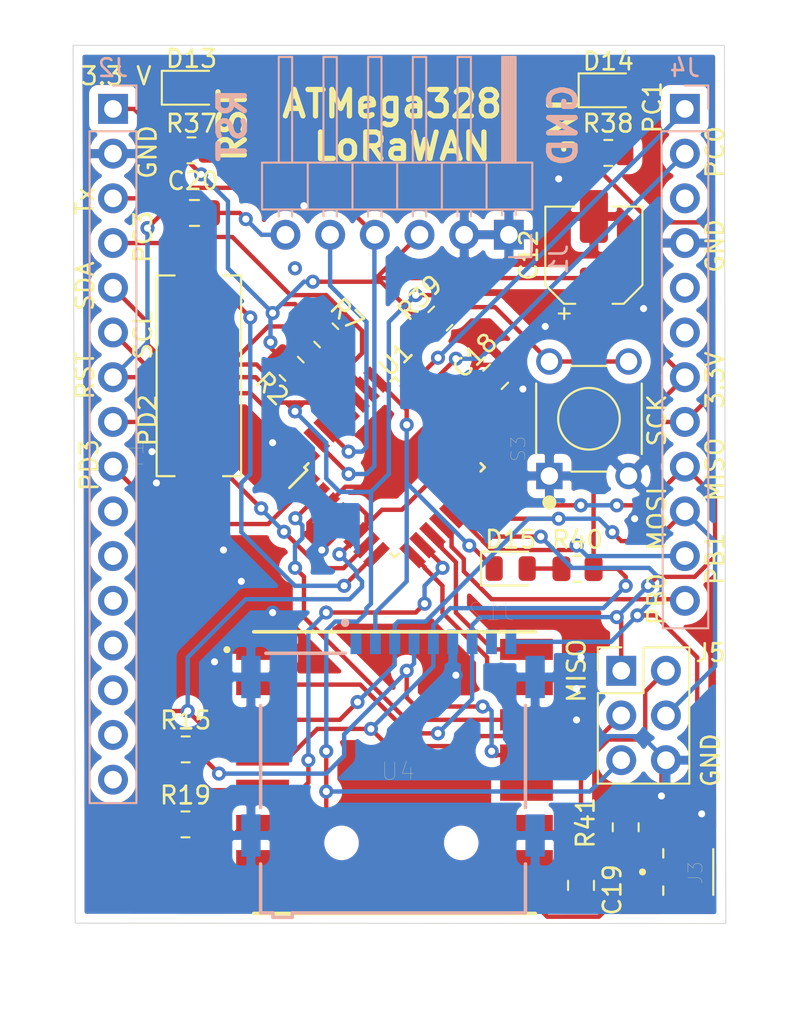
<source format=kicad_pcb>
(kicad_pcb (version 20171130) (host pcbnew "(5.1.9-0-10_14)")
  (layers (0 F.Cu signal) (31 B.Cu signal) (34 B.Paste user) (35 F.Paste user) (36 B.SilkS user) (37 F.SilkS user) (38 B.Mask user) (39 F.Mask user) (44 Edge.Cuts user))
  (net 0 "")
  (net 1 GND)
  (net 2 +3V3)
  (net 3 /AREF)
  (net 4 /Reset)
  (net 5 /DTR)
  (net 6 "Net-(D13-Pad2)")
  (net 7 "Net-(D14-Pad2)")
  (net 8 "Net-(D15-Pad2)")
  (net 9 /SD_CS)
  (net 10 /Rx)
  (net 11 /Tx)
  (net 12 /G2)
  (net 13 /Lora_CS)
  (net 14 /G1)
  (net 15 /PC3)
  (net 16 /SDA)
  (net 17 /SCL)
  (net 18 /PD2)
  (net 19 /PD3)
  (net 20 /G0)
  (net 21 /PB0)
  (net 22 /PB1)
  (net 23 /Card_Detect)
  (net 24 /MOSI)
  (net 25 /MISO)
  (net 26 /SCK)
  (net 27 /PC0)
  (net 28 /PC1)
  (net 29 "Net-(U1-Pad8)")
  (net 30 "Net-(U1-Pad7)")
  (net 31 "Net-(J3-Pad1)")
  (module Connector_PinHeader_2.54mm:PinHeader_1x16_P2.54mm_Vertical (layer B.Cu) (at 155 67.4 180)
    (fp_text reference J4 (at 0 2.33 180) (layer B.SilkS) (effects (justify mirror)))
    (fp_text value Conn_01x16_Male)
    (pad 12 thru_hole oval (at 0 -27.94 180) (size 1.7 1.7) (drill 1) (layers *.Cu *.Mask) (net 21 /PB0))
    (pad 11 thru_hole oval (at 0 -25.4 180) (size 1.7 1.7) (drill 1) (layers *.Cu *.Mask) (net 22 /PB1))
    (pad 10 thru_hole oval (at 0 -22.86 180) (size 1.7 1.7) (drill 1) (layers *.Cu *.Mask) (net 24 /MOSI))
    (pad 9 thru_hole oval (at 0 -20.32 180) (size 1.7 1.7) (drill 1) (layers *.Cu *.Mask) (net 25 /MISO))
    (pad 8 thru_hole oval (at 0 -17.78 180) (size 1.7 1.7) (drill 1) (layers *.Cu *.Mask) (net 26 /SCK))
    (pad 7 thru_hole oval (at 0 -15.24 180) (size 1.7 1.7) (drill 1) (layers *.Cu *.Mask) (net 2 +3V3))
    (pad 6 thru_hole oval (at 0 -12.7 180) (size 1.7 1.7) (drill 1) (layers *.Cu *.Mask))
    (pad 5 thru_hole oval (at 0 -10.16 180) (size 1.7 1.7) (drill 1) (layers *.Cu *.Mask))
    (pad 4 thru_hole oval (at 0 -7.62 180) (size 1.7 1.7) (drill 1) (layers *.Cu *.Mask) (net 1 GND))
    (pad 3 thru_hole oval (at 0 -5.08 180) (size 1.7 1.7) (drill 1) (layers *.Cu *.Mask))
    (pad 2 thru_hole oval (at 0 -2.54 180) (size 1.7 1.7) (drill 1) (layers *.Cu *.Mask) (net 27 /PC0))
    (pad 1 thru_hole rect (at 0 0 180) (size 1.7 1.7) (drill 1) (layers *.Cu *.Mask) (net 28 /PC1))
  )
  (module Connector_PinHeader_2.54mm:PinHeader_2x03_P2.54mm_Vertical (layer F.Cu) (at 151.384 99.314)
    (fp_text reference J5 (at 5.08 -1.016) (layer F.SilkS))
    (fp_text value Conn_02x03_Odd_Even)
    (pad 6 thru_hole oval (at 2.54 5.08) (size 1.7 1.7) (drill 1) (layers *.Cu *.Mask) (net 1 GND))
    (pad 5 thru_hole oval (at 0 5.08) (size 1.7 1.7) (drill 1) (layers *.Cu *.Mask) (net 4 /Reset))
    (pad 4 thru_hole oval (at 2.54 2.54) (size 1.7 1.7) (drill 1) (layers *.Cu *.Mask) (net 24 /MOSI))
    (pad 3 thru_hole oval (at 0 2.54) (size 1.7 1.7) (drill 1) (layers *.Cu *.Mask) (net 26 /SCK))
    (pad 2 thru_hole oval (at 2.54 0) (size 1.7 1.7) (drill 1) (layers *.Cu *.Mask) (net 2 +3V3))
    (pad 1 thru_hole rect (at 0 0) (size 1.7 1.7) (drill 1) (layers *.Cu *.Mask) (net 25 /MISO))
  )
  (module Connector_PinHeader_2.54mm:PinHeader_1x16_P2.54mm_Vertical (layer B.Cu) (at 122.5 67.4 180)
    (fp_text reference J2 (at 0 2.33) (layer B.SilkS) (effects (justify mirror)))
    (fp_text value Conn_01x16_Male)
    (pad 16 thru_hole oval (at 0 -38.1 180) (size 1.7 1.7) (drill 1) (layers *.Cu *.Mask))
    (pad 15 thru_hole oval (at 0 -35.56 180) (size 1.7 1.7) (drill 1) (layers *.Cu *.Mask))
    (pad 14 thru_hole oval (at 0 -33.02 180) (size 1.7 1.7) (drill 1) (layers *.Cu *.Mask))
    (pad 13 thru_hole oval (at 0 -30.48 180) (size 1.7 1.7) (drill 1) (layers *.Cu *.Mask))
    (pad 12 thru_hole oval (at 0 -27.94 180) (size 1.7 1.7) (drill 1) (layers *.Cu *.Mask))
    (pad 11 thru_hole oval (at 0 -25.4 180) (size 1.7 1.7) (drill 1) (layers *.Cu *.Mask))
    (pad 10 thru_hole oval (at 0 -22.86 180) (size 1.7 1.7) (drill 1) (layers *.Cu *.Mask))
    (pad 9 thru_hole oval (at 0 -20.32 180) (size 1.7 1.7) (drill 1) (layers *.Cu *.Mask) (net 19 /PD3))
    (pad 8 thru_hole oval (at 0 -17.78 180) (size 1.7 1.7) (drill 1) (layers *.Cu *.Mask) (net 18 /PD2))
    (pad 7 thru_hole oval (at 0 -15.24 180) (size 1.7 1.7) (drill 1) (layers *.Cu *.Mask) (net 4 /Reset))
    (pad 6 thru_hole oval (at 0 -12.7 180) (size 1.7 1.7) (drill 1) (layers *.Cu *.Mask) (net 17 /SCL))
    (pad 5 thru_hole oval (at 0 -10.16 180) (size 1.7 1.7) (drill 1) (layers *.Cu *.Mask) (net 16 /SDA))
    (pad 4 thru_hole oval (at 0 -7.62 180) (size 1.7 1.7) (drill 1) (layers *.Cu *.Mask) (net 15 /PC3))
    (pad 3 thru_hole oval (at 0 -5.08 180) (size 1.7 1.7) (drill 1) (layers *.Cu *.Mask) (net 11 /Tx))
    (pad 2 thru_hole oval (at 0 -2.54 180) (size 1.7 1.7) (drill 1) (layers *.Cu *.Mask) (net 1 GND))
    (pad 1 thru_hole rect (at 0 0 180) (size 1.7 1.7) (drill 1) (layers *.Cu *.Mask) (net 2 +3V3))
  )
  (module Package_QFP:TQFP-32_7x7mm_P0.8mm (layer F.Cu) (at 138.5 87.76 45)
    (fp_text reference U1 (at 4.380527 -4.281532 45) (layer F.SilkS))
    (fp_text value ATmega328-AU)
    (pad 32 smd rect (at -2.8 -4.25 135) (size 1.6 0.55) (layers F.Cu F.Paste F.Mask) (net 18 /PD2))
    (pad 31 smd rect (at -2 -4.25 135) (size 1.6 0.55) (layers F.Cu F.Paste F.Mask) (net 11 /Tx))
    (pad 30 smd rect (at -1.2 -4.25 135) (size 1.6 0.55) (layers F.Cu F.Paste F.Mask) (net 10 /Rx))
    (pad 29 smd rect (at -0.4 -4.25 135) (size 1.6 0.55) (layers F.Cu F.Paste F.Mask) (net 4 /Reset))
    (pad 28 smd rect (at 0.4 -4.25 135) (size 1.6 0.55) (layers F.Cu F.Paste F.Mask) (net 17 /SCL))
    (pad 27 smd rect (at 1.2 -4.25 135) (size 1.6 0.55) (layers F.Cu F.Paste F.Mask) (net 16 /SDA))
    (pad 26 smd rect (at 2 -4.25 135) (size 1.6 0.55) (layers F.Cu F.Paste F.Mask) (net 15 /PC3))
    (pad 25 smd rect (at 2.8 -4.25 135) (size 1.6 0.55) (layers F.Cu F.Paste F.Mask) (net 9 /SD_CS))
    (pad 24 smd rect (at 4.25 -2.8 45) (size 1.6 0.55) (layers F.Cu F.Paste F.Mask) (net 28 /PC1))
    (pad 23 smd rect (at 4.25 -2 45) (size 1.6 0.55) (layers F.Cu F.Paste F.Mask) (net 27 /PC0))
    (pad 22 smd rect (at 4.25 -1.2 45) (size 1.6 0.55) (layers F.Cu F.Paste F.Mask))
    (pad 21 smd rect (at 4.25 -0.4 45) (size 1.6 0.55) (layers F.Cu F.Paste F.Mask) (net 1 GND))
    (pad 20 smd rect (at 4.25 0.4 45) (size 1.6 0.55) (layers F.Cu F.Paste F.Mask) (net 3 /AREF))
    (pad 19 smd rect (at 4.25 1.2 45) (size 1.6 0.55) (layers F.Cu F.Paste F.Mask))
    (pad 18 smd rect (at 4.25 2 45) (size 1.6 0.55) (layers F.Cu F.Paste F.Mask) (net 2 +3V3))
    (pad 17 smd rect (at 4.25 2.8 45) (size 1.6 0.55) (layers F.Cu F.Paste F.Mask) (net 26 /SCK))
    (pad 16 smd rect (at 2.8 4.25 135) (size 1.6 0.55) (layers F.Cu F.Paste F.Mask) (net 25 /MISO))
    (pad 15 smd rect (at 2 4.25 135) (size 1.6 0.55) (layers F.Cu F.Paste F.Mask) (net 24 /MOSI))
    (pad 14 smd rect (at 1.2 4.25 135) (size 1.6 0.55) (layers F.Cu F.Paste F.Mask) (net 23 /Card_Detect))
    (pad 13 smd rect (at 0.4 4.25 135) (size 1.6 0.55) (layers F.Cu F.Paste F.Mask) (net 22 /PB1))
    (pad 12 smd rect (at -0.4 4.25 135) (size 1.6 0.55) (layers F.Cu F.Paste F.Mask) (net 21 /PB0))
    (pad 11 smd rect (at -1.2 4.25 135) (size 1.6 0.55) (layers F.Cu F.Paste F.Mask) (net 12 /G2))
    (pad 10 smd rect (at -2 4.25 135) (size 1.6 0.55) (layers F.Cu F.Paste F.Mask) (net 13 /Lora_CS))
    (pad 9 smd rect (at -2.8 4.25 135) (size 1.6 0.55) (layers F.Cu F.Paste F.Mask) (net 14 /G1))
    (pad 8 smd rect (at -4.25 2.8 45) (size 1.6 0.55) (layers F.Cu F.Paste F.Mask) (net 29 "Net-(U1-Pad8)"))
    (pad 7 smd rect (at -4.25 2 45) (size 1.6 0.55) (layers F.Cu F.Paste F.Mask) (net 30 "Net-(U1-Pad7)"))
    (pad 6 smd rect (at -4.25 1.2 45) (size 1.6 0.55) (layers F.Cu F.Paste F.Mask) (net 2 +3V3))
    (pad 5 smd rect (at -4.25 0.4 45) (size 1.6 0.55) (layers F.Cu F.Paste F.Mask) (net 1 GND))
    (pad 4 smd rect (at -4.25 -0.4 45) (size 1.6 0.55) (layers F.Cu F.Paste F.Mask) (net 2 +3V3))
    (pad 3 smd rect (at -4.25 -1.2 45) (size 1.6 0.55) (layers F.Cu F.Paste F.Mask) (net 1 GND))
    (pad 2 smd rect (at -4.25 -2 45) (size 1.6 0.55) (layers F.Cu F.Paste F.Mask) (net 20 /G0))
    (pad 1 smd rect (at -4.25 -2.8 45) (size 1.6 0.55) (layers F.Cu F.Paste F.Mask) (net 19 /PD3))
  )
  (module Resistor_SMD:R_0805_2012Metric (layer F.Cu) (at 141.104765 79.305235 45)
    (fp_text reference R39 (at 0 -1.65 45) (layer F.SilkS))
    (fp_text value 10K)
    (pad 2 smd roundrect (at 0.9125 0 45) (size 1.025 1.4) (layers F.Cu F.Paste F.Mask) (roundrect_rratio 0.2439014634146341) (net 4 /Reset))
    (pad 1 smd roundrect (at -0.9125 0 45) (size 1.025 1.4) (layers F.Cu F.Paste F.Mask) (roundrect_rratio 0.2439014634146341) (net 2 +3V3))
  )
  (module CONUFL001-SMD-T:LINX_CONUFL001-SMD-T (layer F.Cu) (at 155.194 110.744 270)
    (fp_text reference J3 (at 0.056 -0.409 90) (layer F.SilkS) (effects (font (size 0.8 0.8) (thickness 0.015))))
    (fp_text value CONUFL001-SMD-T)
    (pad 3 smd rect (at 1.475 0 270) (size 1.05 2.2) (layers F.Cu F.Paste F.Mask) (net 1 GND))
    (pad 2 smd rect (at -1.475 0 270) (size 1.05 2.2) (layers F.Cu F.Paste F.Mask) (net 1 GND))
    (pad 1 smd rect (at 0 1.525 270) (size 1 1.05) (layers F.Cu F.Paste F.Mask) (net 31 "Net-(J3-Pad1)"))
  )
  (module RFM69HCW:MOD_COM-13909 (layer F.Cu) (at 138.5 105.1)
    (fp_text reference U4 (at 0.205 -0.08) (layer F.SilkS) (effects (font (size 1.00263 1.00263) (thickness 0.015))))
    (fp_text value COM-13909)
    (pad 16 smd rect (at 7.5 -7) (size 3 1.2) (layers F.Cu F.Paste F.Mask) (net 12 /G2))
    (pad 15 smd rect (at 7.5 -5) (size 3 1.2) (layers F.Cu F.Paste F.Mask) (net 14 /G1))
    (pad 14 smd rect (at 7.5 -3) (size 3 1.2) (layers F.Cu F.Paste F.Mask) (net 20 /G0))
    (pad 13 smd rect (at 7.5 -1) (size 3 1.2) (layers F.Cu F.Paste F.Mask) (net 2 +3V3))
    (pad 12 smd rect (at 7.5 1) (size 3 1.2) (layers F.Cu F.Paste F.Mask))
    (pad 11 smd rect (at 7.5 3) (size 3 1.2) (layers F.Cu F.Paste F.Mask))
    (pad 10 smd rect (at 7.5 5) (size 3 1.2) (layers F.Cu F.Paste F.Mask) (net 1 GND))
    (pad 9 smd rect (at 7.5 7) (size 3 1.2) (layers F.Cu F.Paste F.Mask) (net 31 "Net-(J3-Pad1)"))
    (pad 8 smd rect (at -7.5 7) (size 3 1.2) (layers F.Cu F.Paste F.Mask) (net 1 GND))
    (pad 7 smd rect (at -7.5 5) (size 3 1.2) (layers F.Cu F.Paste F.Mask))
    (pad 6 smd rect (at -7.5 3) (size 3 1.2) (layers F.Cu F.Paste F.Mask) (net 4 /Reset))
    (pad 5 smd rect (at -7.5 1) (size 3 1.2) (layers F.Cu F.Paste F.Mask) (net 13 /Lora_CS))
    (pad 4 smd rect (at -7.5 -1) (size 3 1.2) (layers F.Cu F.Paste F.Mask) (net 26 /SCK))
    (pad 3 smd rect (at -7.5 -3) (size 3 1.2) (layers F.Cu F.Paste F.Mask) (net 24 /MOSI))
    (pad 2 smd rect (at -7.5 -5) (size 3 1.2) (layers F.Cu F.Paste F.Mask) (net 25 /MISO))
    (pad 1 smd rect (at -7.5 -7) (size 3 1.2) (layers F.Cu F.Paste F.Mask) (net 1 GND))
  )
  (module 9C-8:XTAL_9C-8.000MEEJ-T (layer F.Cu) (at 127.38 82.56 90)
    (fp_text reference Y1 (at -4.5321 -3.64071 90) (layer F.SilkS) (effects (font (size 1.001575 1.001575) (thickness 0.015))))
    (fp_text value 9C-8.000MEEJ-T)
    (pad 2 smd rect (at 4.75 0 90) (size 5.5 2) (layers F.Cu F.Paste F.Mask) (net 29 "Net-(U1-Pad8)"))
    (pad 1 smd rect (at -4.75 0 90) (size 5.5 2) (layers F.Cu F.Paste F.Mask) (net 30 "Net-(U1-Pad7)"))
  )
  (module FSM8JH:SW_FSM8JH (layer F.Cu) (at 149.55 85 90)
    (fp_text reference S3 (at -1.71258 -4.01401 90) (layer F.SilkS) (effects (font (size 0.801197 0.801197) (thickness 0.015))))
    (fp_text value FSM8JH)
    (pad 4 thru_hole circle (at 3.25 2.25 90) (size 1.498 1.498) (drill 0.99) (layers *.Cu *.Mask) (net 4 /Reset))
    (pad 2 thru_hole circle (at -3.25 2.25 90) (size 1.498 1.498) (drill 0.99) (layers *.Cu *.Mask) (net 1 GND))
    (pad 3 thru_hole circle (at 3.25 -2.25 90) (size 1.498 1.498) (drill 0.99) (layers *.Cu *.Mask) (net 4 /Reset))
    (pad 1 thru_hole rect (at -3.25 -2.25 90) (size 1.498 1.498) (drill 0.99) (layers *.Cu *.Mask) (net 1 GND))
  )
  (module Resistor_SMD:R_0805_2012Metric (layer F.Cu) (at 151.638 108.204 90)
    (fp_text reference R41 (at 0.254 -2.286 90) (layer F.SilkS))
    (fp_text value 10K)
    (pad 2 smd roundrect (at 0.9125 0 90) (size 1.025 1.4) (layers F.Cu F.Paste F.Mask) (roundrect_rratio 0.2439014634146341) (net 23 /Card_Detect))
    (pad 1 smd roundrect (at -0.9125 0 90) (size 1.025 1.4) (layers F.Cu F.Paste F.Mask) (roundrect_rratio 0.2439014634146341) (net 2 +3V3))
  )
  (module Resistor_SMD:R_0805_2012Metric (layer F.Cu) (at 148.9 93.52)
    (fp_text reference R40 (at 0 -1.65) (layer F.SilkS))
    (fp_text value 1K)
    (pad 2 smd roundrect (at 0.9125 0) (size 1.025 1.4) (layers F.Cu F.Paste F.Mask) (roundrect_rratio 0.2439014634146341) (net 26 /SCK))
    (pad 1 smd roundrect (at -0.9125 0) (size 1.025 1.4) (layers F.Cu F.Paste F.Mask) (roundrect_rratio 0.2439014634146341) (net 8 "Net-(D15-Pad2)"))
  )
  (module Resistor_SMD:R_0805_2012Metric (layer F.Cu) (at 150.65 69.9 180)
    (fp_text reference R38 (at 0.01 1.67) (layer F.SilkS))
    (fp_text value 330)
    (pad 2 smd roundrect (at 0.9125 0 180) (size 1.025 1.4) (layers F.Cu F.Paste F.Mask) (roundrect_rratio 0.2439014634146341) (net 26 /SCK))
    (pad 1 smd roundrect (at -0.9125 0 180) (size 1.025 1.4) (layers F.Cu F.Paste F.Mask) (roundrect_rratio 0.2439014634146341) (net 7 "Net-(D14-Pad2)"))
  )
  (module Resistor_SMD:R_0805_2012Metric (layer F.Cu) (at 126.96 69.754 180)
    (fp_text reference R37 (at 0 1.524) (layer F.SilkS))
    (fp_text value 10K)
    (pad 2 smd roundrect (at 0.9125 0 180) (size 1.025 1.4) (layers F.Cu F.Paste F.Mask) (roundrect_rratio 0.2439014634146341) (net 2 +3V3))
    (pad 1 smd roundrect (at -0.9125 0 180) (size 1.025 1.4) (layers F.Cu F.Paste F.Mask) (roundrect_rratio 0.2439014634146341) (net 6 "Net-(D13-Pad2)"))
  )
  (module Resistor_SMD:R_0805_2012Metric (layer F.Cu) (at 126.62 108.04)
    (fp_text reference R19 (at 0 -1.65) (layer F.SilkS))
    (fp_text value 100K)
    (pad 2 smd roundrect (at 0.9125 0) (size 1.025 1.4) (layers F.Cu F.Paste F.Mask) (roundrect_rratio 0.2439014634146341) (net 2 +3V3))
    (pad 1 smd roundrect (at -0.9125 0) (size 1.025 1.4) (layers F.Cu F.Paste F.Mask) (roundrect_rratio 0.2439014634146341) (net 4 /Reset))
  )
  (module Resistor_SMD:R_0805_2012Metric (layer F.Cu) (at 126.63 103.78)
    (fp_text reference R15 (at 0 -1.65) (layer F.SilkS))
    (fp_text value 100K)
    (pad 2 smd roundrect (at 0.9125 0) (size 1.025 1.4) (layers F.Cu F.Paste F.Mask) (roundrect_rratio 0.2439014634146341) (net 2 +3V3))
    (pad 1 smd roundrect (at -0.9125 0) (size 1.025 1.4) (layers F.Cu F.Paste F.Mask) (roundrect_rratio 0.2439014634146341) (net 13 /Lora_CS))
  )
  (module Resistor_SMD:R_0805_2012Metric (layer F.Cu) (at 134.62 80.264 315)
    (fp_text reference R7 (at 0 -1.65 135) (layer F.SilkS))
    (fp_text value 10K)
    (pad 2 smd roundrect (at 0.9125 0 315) (size 1.025 1.4) (layers F.Cu F.Paste F.Mask) (roundrect_rratio 0.2439014634146341) (net 16 /SDA))
    (pad 1 smd roundrect (at -0.9125 0 315) (size 1.025 1.4) (layers F.Cu F.Paste F.Mask) (roundrect_rratio 0.2439014634146341) (net 2 +3V3))
  )
  (module Resistor_SMD:R_0805_2012Metric (layer F.Cu) (at 132.65 82.16 315)
    (fp_text reference R2 (at 0.0075 1.6 135) (layer F.SilkS))
    (fp_text value 10K)
    (pad 2 smd roundrect (at 0.9125 0 315) (size 1.025 1.4) (layers F.Cu F.Paste F.Mask) (roundrect_rratio 0.2439014634146341) (net 17 /SCL))
    (pad 1 smd roundrect (at -0.9125 0 315) (size 1.025 1.4) (layers F.Cu F.Paste F.Mask) (roundrect_rratio 0.2439014634146341) (net 2 +3V3))
  )
  (module MEM2075-00-140-01-A:GCT_MEM2075-00-140-01-A (layer B.Cu) (at 138.89 109.09 180)
    (fp_text reference J12 (at -5.125 13.135) (layer B.SilkS) (effects (font (thickness 0.015)) (justify mirror)))
    (fp_text value MEM2075-00-140-01-A)
    (pad SH4 smd rect (at 8.55 0.42 180) (size 1.1 2.4) (layers B.Cu B.Paste B.Mask) (net 1 GND))
    (pad SH3 smd rect (at 8.55 9.42 180) (size 1.1 2.4) (layers B.Cu B.Paste B.Mask) (net 1 GND))
    (pad SH2 smd rect (at -7.6 9.42 180) (size 1.1 2.4) (layers B.Cu B.Paste B.Mask) (net 1 GND))
    (pad SH1 smd rect (at -7.6 0.42 180) (size 1.1 2.4) (layers B.Cu B.Paste B.Mask) (net 1 GND))
    (pad None np_thru_hole circle (at 3.4 0 180) (size 0.95 0.95) (drill 0.95) (layers *.Cu *.Mask))
    (pad None np_thru_hole circle (at -3.4 0 180) (size 0.95 0.95) (drill 0.95) (layers *.Cu *.Mask))
    (pad P9 smd rect (at -6.22 11.42 180) (size 0.62 1.4) (layers B.Cu B.Paste B.Mask) (net 23 /Card_Detect))
    (pad P8 smd rect (at -5.12 11.42 180) (size 0.62 1.4) (layers B.Cu B.Paste B.Mask))
    (pad P7 smd rect (at -4.02 11.42 180) (size 0.62 1.4) (layers B.Cu B.Paste B.Mask) (net 25 /MISO))
    (pad P6 smd rect (at -2.92 11.42 180) (size 0.62 1.4) (layers B.Cu B.Paste B.Mask) (net 1 GND))
    (pad P5 smd rect (at -1.82 11.42 180) (size 0.62 1.4) (layers B.Cu B.Paste B.Mask) (net 26 /SCK))
    (pad P4 smd rect (at -0.72 11.42 180) (size 0.62 1.4) (layers B.Cu B.Paste B.Mask) (net 2 +3V3))
    (pad P3 smd rect (at 0.38 11.42 180) (size 0.62 1.4) (layers B.Cu B.Paste B.Mask) (net 24 /MOSI))
    (pad P2 smd rect (at 1.48 11.42 180) (size 0.62 1.4) (layers B.Cu B.Paste B.Mask) (net 9 /SD_CS))
    (pad P1 smd rect (at 2.58 11.42 180) (size 0.62 1.4) (layers B.Cu B.Paste B.Mask))
  )
  (module Connector_PinHeader_2.54mm:PinHeader_1x06_P2.54mm_Horizontal (layer B.Cu) (at 145 74.55 90)
    (fp_text reference J1 (at -1.396 2.828 270) (layer B.SilkS) (effects (justify mirror)))
    (fp_text value Conn_01x06_Female)
    (pad 6 thru_hole oval (at 0 -12.7 90) (size 1.7 1.7) (drill 1) (layers *.Cu *.Mask) (net 5 /DTR))
    (pad 5 thru_hole oval (at 0 -10.16 90) (size 1.7 1.7) (drill 1) (layers *.Cu *.Mask) (net 10 /Rx))
    (pad 4 thru_hole oval (at 0 -7.62 90) (size 1.7 1.7) (drill 1) (layers *.Cu *.Mask) (net 11 /Tx))
    (pad 3 thru_hole oval (at 0 -5.08 90) (size 1.7 1.7) (drill 1) (layers *.Cu *.Mask) (net 2 +3V3))
    (pad 2 thru_hole oval (at 0 -2.54 90) (size 1.7 1.7) (drill 1) (layers *.Cu *.Mask) (net 1 GND))
    (pad 1 thru_hole rect (at 0 0 90) (size 1.7 1.7) (drill 1) (layers *.Cu *.Mask) (net 1 GND))
  )
  (module LED_SMD:LED_0805_2012Metric (layer F.Cu) (at 145.1 93.51)
    (fp_text reference D15 (at 0 -1.65) (layer F.SilkS))
    (fp_text value LED)
    (pad 2 smd roundrect (at 0.9375 0) (size 0.975 1.4) (layers F.Cu F.Paste F.Mask) (net 8 "Net-(D15-Pad2)"))
    (pad 1 smd roundrect (at -0.9375 0) (size 0.975 1.4) (layers F.Cu F.Paste F.Mask) (net 9 /SD_CS))
  )
  (module LED_SMD:LED_0805_2012Metric (layer F.Cu) (at 150.65 66.344)
    (fp_text reference D14 (at 0 -1.65) (layer F.SilkS))
    (fp_text value LED)
    (pad 2 smd roundrect (at 0.9375 0) (size 0.975 1.4) (layers F.Cu F.Paste F.Mask) (net 7 "Net-(D14-Pad2)"))
    (pad 1 smd roundrect (at -0.9375 0) (size 0.975 1.4) (layers F.Cu F.Paste F.Mask) (net 1 GND))
  )
  (module LED_SMD:LED_0805_2012Metric (layer F.Cu) (at 126.96 66.198)
    (fp_text reference D13 (at 0 -1.65) (layer F.SilkS))
    (fp_text value LED)
    (pad 2 smd roundrect (at 0.9375 0) (size 0.975 1.4) (layers F.Cu F.Paste F.Mask) (net 6 "Net-(D13-Pad2)"))
    (pad 1 smd roundrect (at -0.9375 0) (size 0.975 1.4) (layers F.Cu F.Paste F.Mask) (net 1 GND))
  )
  (module Capacitor_SMD:C_0805_2012Metric (layer F.Cu) (at 127.13 73.31 180)
    (fp_text reference C20 (at 0.09 1.82) (layer F.SilkS))
    (fp_text value 0.1uF)
    (pad 2 smd roundrect (at 0.95 0 180) (size 1 1.45) (layers F.Cu F.Paste F.Mask) (net 4 /Reset))
    (pad 1 smd roundrect (at -0.95 0 180) (size 1 1.45) (layers F.Cu F.Paste F.Mask) (net 5 /DTR))
  )
  (module Capacitor_SMD:C_0805_2012Metric (layer F.Cu) (at 149.098 111.506 270)
    (fp_text reference C19 (at 0.254 -1.778 90) (layer F.SilkS))
    (fp_text value 0.1uF)
    (pad 2 smd roundrect (at 0.95 0 270) (size 1 1.45) (layers F.Cu F.Paste F.Mask) (net 1 GND))
    (pad 1 smd roundrect (at -0.95 0 270) (size 1 1.45) (layers F.Cu F.Paste F.Mask) (net 2 +3V3))
  )
  (module Capacitor_SMD:C_0805_2012Metric (layer F.Cu) (at 144.25 82.61 45)
    (fp_text reference C18 (at 0 -1.68 45) (layer F.SilkS))
    (fp_text value 0.1uF)
    (pad 2 smd roundrect (at 0.95 0 45) (size 1 1.45) (layers F.Cu F.Paste F.Mask) (net 1 GND))
    (pad 1 smd roundrect (at -0.95 0 45) (size 1 1.45) (layers F.Cu F.Paste F.Mask) (net 3 /AREF))
  )
  (module Capacitor_SMD:CP_Elec_5x5.4 (layer F.Cu) (at 149.83 75.71 90)
    (fp_text reference C12 (at 0 -3.7 90) (layer F.SilkS))
    (fp_text value 10uF)
    (pad 2 smd roundrect (at 2.2 0 90) (size 3 1.6) (layers F.Cu F.Paste F.Mask) (roundrect_rratio 0.15625) (net 1 GND))
    (pad 1 smd roundrect (at -2.2 0 90) (size 3 1.6) (layers F.Cu F.Paste F.Mask) (roundrect_rratio 0.15625) (net 2 +3V3))
  )
  (gr_text MISO (at 148.844 99.314 90) (layer F.SilkS) (effects (font (size 1 1))))
  (gr_text GND (at 156.464 104.394 90) (layer F.SilkS) (effects (font (size 1 1))))
  (gr_text PB0 (at 153.416 95.25 90) (layer F.SilkS) (effects (font (size 1 1))))
  (gr_text PB1 (at 156.718 92.964 90) (layer F.SilkS) (effects (font (size 1 1))))
  (gr_text MOSI (at 153.416 90.678 90) (layer F.SilkS) (effects (font (size 1 1))))
  (gr_text MISO (at 156.718 87.884 90) (layer F.SilkS) (effects (font (size 1 1))))
  (gr_text SCK (at 153.416 85.09 90) (layer F.SilkS) (effects (font (size 1 1))))
  (gr_text 3.3V (at 156.718 82.804 90) (layer F.SilkS) (effects (font (size 1 1))))
  (gr_text GND (at 156.718 75.184 90) (layer F.SilkS) (effects (font (size 1 1))))
  (gr_text PC0 (at 156.718 69.85 90) (layer F.SilkS) (effects (font (size 1 1))))
  (gr_text PC1 (at 153.162 67.31 90) (layer F.SilkS) (effects (font (size 1 1))))
  (gr_text PD3 (at 121.158 87.63 90) (layer F.SilkS) (effects (font (size 1 1))))
  (gr_text PD2 (at 124.46 85.09 90) (layer F.SilkS) (effects (font (size 1 1))))
  (gr_text RST (at 120.904 82.55 90) (layer F.SilkS) (effects (font (size 1 1))))
  (gr_text PC3 (at 124.206 74.676 90) (layer F.SilkS) (effects (font (size 1 1))))
  (gr_text "3.3 V" (at 122.682 65.532) (layer F.SilkS) (effects (font (size 1 1))))
  (gr_text GND (at 124.46 69.85 90) (layer F.SilkS) (effects (font (size 1 1))))
  (gr_text Tx (at 120.904 72.644 90) (layer F.SilkS) (effects (font (size 1 1))))
  (gr_text SCL (at 124.206 80.264 90) (layer F.SilkS) (effects (font (size 1 1))))
  (gr_text SDA (at 120.904 77.47 90) (layer F.SilkS) (effects (font (size 1 1))))
  (gr_text "ATMega328 \nLoRaWAN" (at 138.938 68.326) (layer F.SilkS) (effects (font (size 1.5 1.5) (thickness 0.3))))
  (gr_text GND (at 148.082 68.326 90) (layer F.SilkS) (effects (font (size 1.5 1.5) (thickness 0.3))))
  (gr_text RST (at 129.286 68.326 90) (layer F.SilkS) (effects (font (size 1.5 1.5) (thickness 0.3))))
  (gr_text GND (at 148.082 68.326 90) (layer B.SilkS) (effects (font (size 1.5 1.5) (thickness 0.3)) (justify mirror)))
  (gr_text RST (at 129.286 68.326 90) (layer B.SilkS) (effects (font (size 1.5 1.5) (thickness 0.3)) (justify mirror)))
  (gr_line (start 157.33 113.67) (end 157.31 107.52) (layer Edge.Cuts) (width 0.05))
  (gr_line (start 157.12 113.67) (end 157.33 113.67) (layer Edge.Cuts) (width 0.05))
  (gr_line (start 120.35 113.65) (end 157.12 113.67) (layer Edge.Cuts) (width 0.05))
  (gr_line (start 120.35 107.52) (end 120.35 113.65) (layer Edge.Cuts) (width 0.05))
  (gr_line (start 120.23 63.79) (end 120.35 107.52) (layer Edge.Cuts) (width 0.05))
  (gr_line (start 157.25 63.79) (end 157.31 107.52) (layer Edge.Cuts) (width 0.05))
  (gr_line (start 120.23 63.79) (end 157.25 63.79) (layer Edge.Cuts) (width 0.05))
  (via (at 132.842 76.454) (size 0.8) (drill 0.4) (layers F.Cu B.Cu) (net 0))
  (segment (start 135.777639 91.048047) (end 135.773953 91.048047) (width 0.25) (layer F.Cu) (net 1))
  (via (at 134.366 92.456) (size 0.8) (drill 0.4) (layers F.Cu B.Cu) (net 1))
  (segment (start 135.773953 91.048047) (end 134.366 92.456) (width 0.25) (layer F.Cu) (net 1))
  (segment (start 134.646268 89.916676) (end 134.619324 89.916676) (width 0.25) (layer F.Cu) (net 1))
  (segment (start 134.619324 89.916676) (end 133.604 90.932) (width 0.25) (layer F.Cu) (net 1))
  (segment (start 133.604 91.694) (end 134.366 92.456) (width 0.25) (layer F.Cu) (net 1))
  (segment (start 133.604 90.932) (end 133.604 91.694) (width 0.25) (layer F.Cu) (net 1))
  (via (at 147.066 79.756) (size 0.8) (drill 0.4) (layers F.Cu B.Cu) (net 1))
  (via (at 152.654 78.74) (size 0.8) (drill 0.4) (layers F.Cu B.Cu) (net 1))
  (via (at 152.146 90.678) (size 0.8) (drill 0.4) (layers F.Cu B.Cu) (net 1))
  (segment (start 141.81 97.67) (end 141.81 99.392) (width 0.25) (layer B.Cu) (net 1))
  (via (at 141.986 99.568) (size 0.8) (drill 0.4) (layers F.Cu B.Cu) (net 1))
  (segment (start 141.81 99.392) (end 141.986 99.568) (width 0.25) (layer B.Cu) (net 1))
  (via (at 145.796 83.312) (size 0.8) (drill 0.4) (layers F.Cu B.Cu) (net 1))
  (segment (start 141.741826 83.952488) (end 141.853512 83.952488) (width 0.25) (layer F.Cu) (net 1))
  (segment (start 141.222361 84.471953) (end 141.741826 83.952488) (width 0.25) (layer F.Cu) (net 1))
  (segment (start 141.853512 83.952488) (end 142.24 83.566) (width 0.25) (layer F.Cu) (net 1))
  (segment (start 142.24 83.566) (end 142.24 83.058) (width 0.25) (layer F.Cu) (net 1))
  (segment (start 143.359751 81.938249) (end 144.921751 81.938249) (width 0.25) (layer F.Cu) (net 1))
  (segment (start 142.24 83.058) (end 143.359751 81.938249) (width 0.25) (layer F.Cu) (net 1))
  (via (at 128.27 98.806) (size 0.8) (drill 0.4) (layers F.Cu B.Cu) (net 1))
  (via (at 131.572 96.012) (size 0.8) (drill 0.4) (layers F.Cu B.Cu) (net 1))
  (via (at 129.794 94.234) (size 0.8) (drill 0.4) (layers F.Cu B.Cu) (net 1))
  (via (at 128.778 92.456) (size 0.8) (drill 0.4) (layers F.Cu B.Cu) (net 1))
  (segment (start 136.831313 88.863001) (end 141.222361 84.471953) (width 0.25) (layer F.Cu) (net 1))
  (segment (start 135.699943 88.863001) (end 136.831313 88.863001) (width 0.25) (layer F.Cu) (net 1))
  (segment (start 134.646268 89.916676) (end 135.699943 88.863001) (width 0.25) (layer F.Cu) (net 1))
  (segment (start 149.098 112.298) (end 149.098 112.456) (width 0.25) (layer F.Cu) (net 1))
  (segment (start 146.9 110.1) (end 149.098 112.298) (width 0.25) (layer F.Cu) (net 1))
  (segment (start 146 110.1) (end 146.9 110.1) (width 0.25) (layer F.Cu) (net 1))
  (via (at 153.67 106.426) (size 0.8) (drill 0.4) (layers F.Cu B.Cu) (net 1))
  (via (at 155.956 107.442) (size 0.8) (drill 0.4) (layers F.Cu B.Cu) (net 1))
  (via (at 131.572 86.36) (size 0.8) (drill 0.4) (layers F.Cu B.Cu) (net 1))
  (via (at 124.968 88.646) (size 0.8) (drill 0.4) (layers F.Cu B.Cu) (net 1))
  (via (at 124.714 86.868) (size 0.8) (drill 0.4) (layers F.Cu B.Cu) (net 1))
  (via (at 133.35 72.898) (size 0.8) (drill 0.4) (layers F.Cu B.Cu) (net 1))
  (via (at 147.828 71.374) (size 0.8) (drill 0.4) (layers F.Cu B.Cu) (net 1))
  (via (at 148.844 100.33) (size 0.8) (drill 0.4) (layers F.Cu B.Cu) (net 1))
  (via (at 148.844 102.108) (size 0.8) (drill 0.4) (layers F.Cu B.Cu) (net 1))
  (via (at 149.098 98.552) (size 0.8) (drill 0.4) (layers F.Cu B.Cu) (net 1))
  (segment (start 153.67 104.648) (end 153.924 104.394) (width 0.25) (layer F.Cu) (net 1))
  (segment (start 153.67 106.426) (end 153.67 104.648) (width 0.25) (layer F.Cu) (net 1))
  (segment (start 152.559001 103.029001) (end 153.924 104.394) (width 0.25) (layer B.Cu) (net 1))
  (segment (start 149.765001 103.029001) (end 152.559001 103.029001) (width 0.25) (layer B.Cu) (net 1))
  (segment (start 148.844 102.108) (end 149.765001 103.029001) (width 0.25) (layer B.Cu) (net 1))
  (segment (start 132.004765 81.514765) (end 131.318 80.828) (width 0.25) (layer F.Cu) (net 2))
  (via (at 131.449653 80.649653) (size 0.8) (drill 0.4) (layers F.Cu B.Cu) (net 2))
  (segment (start 131.318 80.781306) (end 131.449653 80.649653) (width 0.25) (layer F.Cu) (net 2))
  (segment (start 131.318 80.828) (end 131.318 80.781306) (width 0.25) (layer F.Cu) (net 2))
  (segment (start 131.449653 80.649653) (end 131.449653 79.116347) (width 0.25) (layer B.Cu) (net 2))
  (via (at 131.572 78.994) (size 0.8) (drill 0.4) (layers F.Cu B.Cu) (net 2))
  (segment (start 131.449653 79.116347) (end 131.572 78.994) (width 0.25) (layer B.Cu) (net 2))
  (segment (start 131.572 78.994) (end 132.08 78.486) (width 0.25) (layer F.Cu) (net 2))
  (segment (start 132.842 78.486) (end 133.974765 79.618765) (width 0.25) (layer F.Cu) (net 2))
  (segment (start 132.08 78.486) (end 132.842 78.486) (width 0.25) (layer F.Cu) (net 2))
  (segment (start 123.6935 67.4) (end 126.0475 69.754) (width 0.25) (layer F.Cu) (net 2))
  (segment (start 122.5 67.4) (end 123.6935 67.4) (width 0.25) (layer F.Cu) (net 2))
  (segment (start 126.0475 69.754) (end 126.142 69.754) (width 0.25) (layer F.Cu) (net 2))
  (via (at 127.508 71.12) (size 0.8) (drill 0.4) (layers F.Cu B.Cu) (net 2))
  (segment (start 126.142 69.754) (end 127.508 71.12) (width 0.25) (layer F.Cu) (net 2))
  (segment (start 127.508 71.12) (end 129.032 72.644) (width 0.25) (layer B.Cu) (net 2))
  (segment (start 129.032 76.454) (end 131.572 78.994) (width 0.25) (layer B.Cu) (net 2))
  (segment (start 129.032 72.644) (end 129.032 76.454) (width 0.25) (layer B.Cu) (net 2))
  (segment (start 131.572 78.994) (end 133.35 77.216) (width 0.25) (layer B.Cu) (net 2))
  (via (at 133.858 77.216) (size 0.8) (drill 0.4) (layers F.Cu B.Cu) (net 2))
  (segment (start 133.35 77.216) (end 133.858 77.216) (width 0.25) (layer B.Cu) (net 2))
  (segment (start 133.858 77.216) (end 137.254 77.216) (width 0.25) (layer F.Cu) (net 2))
  (segment (start 137.72506 77.216) (end 140.45953 79.95047) (width 0.25) (layer F.Cu) (net 2))
  (segment (start 137.254 77.216) (end 137.72506 77.216) (width 0.25) (layer F.Cu) (net 2))
  (segment (start 136.343324 91.613732) (end 137.787056 90.17) (width 0.25) (layer F.Cu) (net 2))
  (segment (start 138.918427 90.17) (end 142.919417 86.16901) (width 0.25) (layer F.Cu) (net 2))
  (segment (start 137.787056 90.17) (end 138.918427 90.17) (width 0.25) (layer F.Cu) (net 2))
  (segment (start 127.5325 108.04) (end 127.5325 107.9745) (width 0.25) (layer F.Cu) (net 2))
  (segment (start 127.5325 107.9745) (end 124.46 104.902) (width 0.25) (layer F.Cu) (net 2))
  (segment (start 124.46 104.902) (end 124.46 101.854) (width 0.25) (layer F.Cu) (net 2))
  (segment (start 124.46 101.854) (end 124.714 101.6) (width 0.25) (layer F.Cu) (net 2))
  (segment (start 124.714 101.6) (end 126.746 101.6) (width 0.25) (layer F.Cu) (net 2))
  (segment (start 127.5425 102.3965) (end 127.5425 103.78) (width 0.25) (layer F.Cu) (net 2))
  (segment (start 126.746 101.6) (end 127.5425 102.3965) (width 0.25) (layer F.Cu) (net 2))
  (segment (start 148.929 77.009) (end 149.83 77.91) (width 0.25) (layer F.Cu) (net 2))
  (segment (start 137.461 77.009) (end 148.929 77.009) (width 0.25) (layer F.Cu) (net 2))
  (segment (start 137.254 77.216) (end 137.461 77.009) (width 0.25) (layer F.Cu) (net 2))
  (segment (start 137.461 77.009) (end 139.92 74.55) (width 0.25) (layer F.Cu) (net 2))
  (segment (start 142.919417 86.16901) (end 144.760427 84.328) (width 0.25) (layer F.Cu) (net 2))
  (segment (start 153.312 84.328) (end 155 82.64) (width 0.25) (layer F.Cu) (net 2))
  (segment (start 144.760427 84.328) (end 153.312 84.328) (width 0.25) (layer F.Cu) (net 2))
  (segment (start 150.27 77.91) (end 149.83 77.91) (width 0.25) (layer F.Cu) (net 2))
  (segment (start 155 82.64) (end 150.27 77.91) (width 0.25) (layer F.Cu) (net 2))
  (segment (start 139.61 97.67) (end 139.61 98.896) (width 0.25) (layer B.Cu) (net 2))
  (via (at 139.192 99.314) (size 0.8) (drill 0.4) (layers F.Cu B.Cu) (net 2))
  (segment (start 139.61 98.896) (end 139.192 99.314) (width 0.25) (layer B.Cu) (net 2))
  (segment (start 139.192 99.314) (end 139.192 100.838) (width 0.25) (layer F.Cu) (net 2))
  (segment (start 139.192 100.838) (end 139.7 101.346) (width 0.25) (layer F.Cu) (net 2))
  (via (at 143.51 101.346) (size 0.8) (drill 0.4) (layers F.Cu B.Cu) (net 2))
  (segment (start 139.7 101.346) (end 143.51 101.346) (width 0.25) (layer F.Cu) (net 2))
  (segment (start 143.51 101.346) (end 143.764 101.346) (width 0.25) (layer B.Cu) (net 2))
  (segment (start 143.764 101.346) (end 144.018 101.6) (width 0.25) (layer B.Cu) (net 2))
  (via (at 144.018 103.886) (size 0.8) (drill 0.4) (layers F.Cu B.Cu) (net 2))
  (segment (start 144.018 101.6) (end 144.018 103.886) (width 0.25) (layer B.Cu) (net 2))
  (segment (start 144.018 103.886) (end 144.272 104.14) (width 0.25) (layer F.Cu) (net 2))
  (segment (start 144.312 104.1) (end 146 104.1) (width 0.25) (layer F.Cu) (net 2))
  (segment (start 144.272 104.14) (end 144.312 104.1) (width 0.25) (layer F.Cu) (net 2))
  (segment (start 139.192 99.371002) (end 135.636 102.927002) (width 0.25) (layer B.Cu) (net 2))
  (segment (start 139.192 99.314) (end 139.192 99.371002) (width 0.25) (layer B.Cu) (net 2))
  (segment (start 135.636 102.927002) (end 135.636 103.943002) (width 0.25) (layer B.Cu) (net 2))
  (segment (start 135.636 103.943002) (end 135.636 104.14) (width 0.25) (layer B.Cu) (net 2))
  (segment (start 135.636 104.14) (end 134.62 105.156) (width 0.25) (layer B.Cu) (net 2))
  (via (at 128.524 105.156) (size 0.8) (drill 0.4) (layers F.Cu B.Cu) (net 2))
  (segment (start 134.62 105.156) (end 128.524 105.156) (width 0.25) (layer B.Cu) (net 2))
  (segment (start 127.5425 104.1745) (end 127.5425 103.78) (width 0.25) (layer F.Cu) (net 2))
  (segment (start 128.524 105.156) (end 127.5425 104.1745) (width 0.25) (layer F.Cu) (net 2))
  (segment (start 136.343324 91.613732) (end 136.343324 91.748676) (width 0.25) (layer F.Cu) (net 2))
  (via (at 135.367561 92.695561) (size 0.8) (drill 0.4) (layers F.Cu B.Cu) (net 2))
  (segment (start 135.396439 92.695561) (end 135.367561 92.695561) (width 0.25) (layer F.Cu) (net 2))
  (segment (start 136.343324 91.748676) (end 135.396439 92.695561) (width 0.25) (layer F.Cu) (net 2))
  (segment (start 136.343324 91.613732) (end 136.906 91.051056) (width 0.25) (layer F.Cu) (net 2))
  (segment (start 136.906 91.051056) (end 136.906 90.424) (width 0.25) (layer F.Cu) (net 2))
  (segment (start 135.731417 89.962897) (end 135.211953 90.482361) (width 0.25) (layer F.Cu) (net 2))
  (segment (start 136.444897 89.962897) (end 135.731417 89.962897) (width 0.25) (layer F.Cu) (net 2))
  (segment (start 136.906 90.424) (end 136.444897 89.962897) (width 0.25) (layer F.Cu) (net 2))
  (segment (start 135.367561 92.695561) (end 136.361001 93.689001) (width 0.25) (layer B.Cu) (net 2))
  (segment (start 136.361001 93.943001) (end 136.652 94.234) (width 0.25) (layer B.Cu) (net 2))
  (segment (start 136.361001 93.689001) (end 136.361001 93.943001) (width 0.25) (layer B.Cu) (net 2))
  (segment (start 136.652 94.545002) (end 135.947002 95.25) (width 0.25) (layer B.Cu) (net 2))
  (segment (start 136.652 94.234) (end 136.652 94.545002) (width 0.25) (layer B.Cu) (net 2))
  (segment (start 135.947002 95.25) (end 130.048 95.25) (width 0.25) (layer B.Cu) (net 2))
  (segment (start 126.746 98.552) (end 126.746 101.6) (width 0.25) (layer B.Cu) (net 2))
  (via (at 126.746 101.6) (size 0.8) (drill 0.4) (layers F.Cu B.Cu) (net 2))
  (segment (start 130.048 95.25) (end 126.746 98.552) (width 0.25) (layer B.Cu) (net 2))
  (segment (start 147.75 104.1) (end 149.098 105.448) (width 0.25) (layer F.Cu) (net 2))
  (segment (start 146 104.1) (end 147.75 104.1) (width 0.25) (layer F.Cu) (net 2))
  (segment (start 149.098 107.442) (end 149.098 107.95) (width 0.25) (layer F.Cu) (net 2))
  (segment (start 149.098 105.448) (end 149.098 107.442) (width 0.25) (layer F.Cu) (net 2))
  (segment (start 149.098 107.442) (end 149.098 110.556) (width 0.25) (layer F.Cu) (net 2))
  (segment (start 150.2645 109.1165) (end 151.638 109.1165) (width 0.25) (layer F.Cu) (net 2))
  (segment (start 149.098 107.95) (end 150.2645 109.1165) (width 0.25) (layer F.Cu) (net 2))
  (segment (start 152.748999 100.489001) (end 152.748999 102.775001) (width 0.25) (layer F.Cu) (net 2))
  (segment (start 153.924 99.314) (end 152.748999 100.489001) (width 0.25) (layer F.Cu) (net 2))
  (segment (start 152.305001 103.218999) (end 150.655411 103.218999) (width 0.25) (layer F.Cu) (net 2))
  (segment (start 152.748999 102.775001) (end 152.305001 103.218999) (width 0.25) (layer F.Cu) (net 2))
  (segment (start 149.098 104.77641) (end 149.098 105.448) (width 0.25) (layer F.Cu) (net 2))
  (segment (start 150.655411 103.218999) (end 149.098 104.77641) (width 0.25) (layer F.Cu) (net 2))
  (segment (start 141.822361 85.037639) (end 141.788047 85.037639) (width 0.25) (layer F.Cu) (net 3))
  (segment (start 143.578249 83.281751) (end 141.822361 85.037639) (width 0.25) (layer F.Cu) (net 3))
  (segment (start 122.5 82.64) (end 130.61 82.64) (width 0.25) (layer F.Cu) (net 4))
  (segment (start 130.61 82.64) (end 132.05 84.08) (width 0.25) (layer F.Cu) (net 4))
  (segment (start 134.254314 84.08) (end 135.211953 85.037639) (width 0.25) (layer F.Cu) (net 4))
  (segment (start 126.18 73.31) (end 125.318 73.31) (width 0.25) (layer F.Cu) (net 4))
  (via (at 124.46 74.168) (size 0.8) (drill 0.4) (layers F.Cu B.Cu) (net 4))
  (segment (start 125.318 73.31) (end 124.46 74.168) (width 0.25) (layer F.Cu) (net 4))
  (segment (start 124.46 80.68) (end 122.5 82.64) (width 0.25) (layer B.Cu) (net 4))
  (segment (start 124.46 74.168) (end 124.46 80.68) (width 0.25) (layer B.Cu) (net 4))
  (segment (start 144.21 78.66) (end 147.3 81.75) (width 0.25) (layer F.Cu) (net 4))
  (segment (start 141.75 78.66) (end 144.21 78.66) (width 0.25) (layer F.Cu) (net 4))
  (segment (start 133.852 84.08) (end 133.344 84.08) (width 0.25) (layer F.Cu) (net 4))
  (segment (start 133.852 84.08) (end 134.254314 84.08) (width 0.25) (layer F.Cu) (net 4))
  (via (at 132.842 84.582) (size 0.8) (drill 0.4) (layers F.Cu B.Cu) (net 4))
  (segment (start 133.344 84.08) (end 132.842 84.582) (width 0.25) (layer F.Cu) (net 4))
  (segment (start 132.842 84.582) (end 134.62 86.36) (width 0.25) (layer B.Cu) (net 4))
  (segment (start 134.62 86.36) (end 134.62 88.392) (width 0.25) (layer B.Cu) (net 4))
  (segment (start 134.62 88.392) (end 135.382 89.154) (width 0.25) (layer B.Cu) (net 4))
  (segment (start 135.382 89.154) (end 136.52641 89.154) (width 0.25) (layer B.Cu) (net 4))
  (segment (start 136.52641 89.154) (end 137.16 89.154) (width 0.25) (layer B.Cu) (net 4))
  (segment (start 137.16 89.154) (end 138.176 88.138) (width 0.25) (layer B.Cu) (net 4))
  (segment (start 138.176 88.138) (end 138.176 79.502) (width 0.25) (layer B.Cu) (net 4))
  (segment (start 138.176 79.502) (end 139.7 77.978) (width 0.25) (layer B.Cu) (net 4))
  (via (at 139.7 77.978) (size 0.8) (drill 0.4) (layers F.Cu B.Cu) (net 4))
  (segment (start 141.75 78.66) (end 141.068 77.978) (width 0.25) (layer F.Cu) (net 4))
  (segment (start 141.068 77.978) (end 139.7 77.978) (width 0.25) (layer F.Cu) (net 4))
  (segment (start 132.836 84.576) (end 132.842 84.582) (width 0.25) (layer F.Cu) (net 4))
  (segment (start 132.836 84.08) (end 132.836 84.576) (width 0.25) (layer F.Cu) (net 4))
  (segment (start 133.09 84.08) (end 133.09 84.334) (width 0.25) (layer F.Cu) (net 4))
  (segment (start 132.836 84.08) (end 133.09 84.08) (width 0.25) (layer F.Cu) (net 4))
  (segment (start 133.09 84.334) (end 132.842 84.582) (width 0.25) (layer F.Cu) (net 4))
  (segment (start 133.09 84.08) (end 133.852 84.08) (width 0.25) (layer F.Cu) (net 4))
  (segment (start 132.582 84.322) (end 132.842 84.582) (width 0.25) (layer F.Cu) (net 4))
  (segment (start 132.582 84.08) (end 132.582 84.322) (width 0.25) (layer F.Cu) (net 4))
  (segment (start 132.582 84.08) (end 132.836 84.08) (width 0.25) (layer F.Cu) (net 4))
  (segment (start 132.328 84.08) (end 132.34 84.08) (width 0.25) (layer F.Cu) (net 4))
  (segment (start 132.34 84.08) (end 132.842 84.582) (width 0.25) (layer F.Cu) (net 4))
  (segment (start 132.05 84.08) (end 132.328 84.08) (width 0.25) (layer F.Cu) (net 4))
  (segment (start 132.328 84.08) (end 132.582 84.08) (width 0.25) (layer F.Cu) (net 4))
  (via (at 134.62 103.886) (size 0.8) (drill 0.4) (layers F.Cu B.Cu) (net 4))
  (segment (start 133.708 108.1) (end 131 108.1) (width 0.25) (layer F.Cu) (net 4))
  (segment (start 134.62 107.188) (end 133.708 108.1) (width 0.25) (layer F.Cu) (net 4))
  (segment (start 131 108.1) (end 129.898 108.1) (width 0.25) (layer F.Cu) (net 4))
  (segment (start 129.898 108.1) (end 128.524 109.474) (width 0.25) (layer F.Cu) (net 4))
  (segment (start 127.1415 109.474) (end 125.7075 108.04) (width 0.25) (layer F.Cu) (net 4))
  (segment (start 128.524 109.474) (end 127.1415 109.474) (width 0.25) (layer F.Cu) (net 4))
  (segment (start 137.16 94.488) (end 137.16 89.154) (width 0.25) (layer B.Cu) (net 4))
  (segment (start 136.906 95.758) (end 137.16 95.504) (width 0.25) (layer B.Cu) (net 4))
  (segment (start 135.128 96.52) (end 136.398 96.52) (width 0.25) (layer B.Cu) (net 4))
  (segment (start 134.62 103.886) (end 134.62 97.028) (width 0.25) (layer B.Cu) (net 4))
  (segment (start 136.398 96.52) (end 136.906 96.012) (width 0.25) (layer B.Cu) (net 4))
  (segment (start 137.16 95.504) (end 137.16 94.488) (width 0.25) (layer B.Cu) (net 4))
  (segment (start 134.62 97.028) (end 135.128 96.52) (width 0.25) (layer B.Cu) (net 4))
  (segment (start 136.906 96.012) (end 136.906 95.758) (width 0.25) (layer B.Cu) (net 4))
  (segment (start 147.3 81.75) (end 151.8 81.75) (width 0.25) (layer F.Cu) (net 4))
  (via (at 134.62 106.172) (size 0.8) (drill 0.4) (layers F.Cu B.Cu) (net 4))
  (segment (start 149.606 106.172) (end 134.62 106.172) (width 0.25) (layer B.Cu) (net 4))
  (segment (start 151.384 104.394) (end 149.606 106.172) (width 0.25) (layer B.Cu) (net 4))
  (segment (start 134.62 106.172) (end 134.62 107.188) (width 0.25) (layer F.Cu) (net 4))
  (segment (start 134.62 103.886) (end 134.62 106.172) (width 0.25) (layer F.Cu) (net 4))
  (segment (start 132.3 74.55) (end 130.938 74.55) (width 0.25) (layer B.Cu) (net 5))
  (via (at 130.048 73.66) (size 0.8) (drill 0.4) (layers F.Cu B.Cu) (net 5))
  (segment (start 130.938 74.55) (end 130.048 73.66) (width 0.25) (layer B.Cu) (net 5))
  (segment (start 129.698 73.31) (end 128.08 73.31) (width 0.25) (layer F.Cu) (net 5))
  (segment (start 130.048 73.66) (end 129.698 73.31) (width 0.25) (layer F.Cu) (net 5))
  (segment (start 127.8725 66.223) (end 127.8975 66.198) (width 0.25) (layer F.Cu) (net 6))
  (segment (start 127.8725 69.754) (end 127.8725 66.223) (width 0.25) (layer F.Cu) (net 6))
  (segment (start 151.5875 69.875) (end 151.5625 69.9) (width 0.25) (layer F.Cu) (net 7))
  (segment (start 151.5875 66.344) (end 151.5875 69.875) (width 0.25) (layer F.Cu) (net 7))
  (segment (start 147.9775 93.51) (end 147.9875 93.52) (width 0.25) (layer F.Cu) (net 8))
  (segment (start 146.0375 93.51) (end 147.9775 93.51) (width 0.25) (layer F.Cu) (net 8))
  (segment (start 137.474695 82.774897) (end 139.192 84.492202) (width 0.25) (layer F.Cu) (net 9))
  (via (at 139.192 85.344) (size 0.8) (drill 0.4) (layers F.Cu B.Cu) (net 9))
  (segment (start 139.192 84.492202) (end 139.192 85.344) (width 0.25) (layer F.Cu) (net 9))
  (segment (start 139.192 85.344) (end 139.192 88.646) (width 0.25) (layer B.Cu) (net 9))
  (via (at 142.748 92.202) (size 0.8) (drill 0.4) (layers F.Cu B.Cu) (net 9))
  (segment (start 139.192 88.646) (end 142.748 92.202) (width 0.25) (layer B.Cu) (net 9))
  (segment (start 142.8545 92.202) (end 144.1625 93.51) (width 0.25) (layer F.Cu) (net 9))
  (segment (start 142.748 92.202) (end 142.8545 92.202) (width 0.25) (layer F.Cu) (net 9))
  (segment (start 139.192 88.646) (end 139.192 94.234) (width 0.25) (layer B.Cu) (net 9))
  (segment (start 137.41 96.016) (end 137.41 97.67) (width 0.25) (layer B.Cu) (net 9))
  (segment (start 139.192 94.234) (end 137.41 96.016) (width 0.25) (layer B.Cu) (net 9))
  (segment (start 134.646268 85.603324) (end 134.646268 85.624268) (width 0.25) (layer F.Cu) (net 10))
  (via (at 135.89 86.868) (size 0.8) (drill 0.4) (layers F.Cu B.Cu) (net 10))
  (segment (start 134.646268 85.624268) (end 135.89 86.868) (width 0.25) (layer F.Cu) (net 10))
  (segment (start 134.84 77.436) (end 134.84 74.55) (width 0.25) (layer B.Cu) (net 10))
  (segment (start 136.906 79.502) (end 134.84 77.436) (width 0.25) (layer B.Cu) (net 10))
  (segment (start 136.652 86.868) (end 136.906 86.614) (width 0.25) (layer B.Cu) (net 10))
  (segment (start 136.906 86.614) (end 136.906 79.502) (width 0.25) (layer B.Cu) (net 10))
  (segment (start 135.89 86.868) (end 136.652 86.868) (width 0.25) (layer B.Cu) (net 10))
  (segment (start 134.080583 86.16901) (end 133.95901 86.16901) (width 0.25) (layer F.Cu) (net 11))
  (segment (start 122.5 72.48) (end 124.37 72.48) (width 0.25) (layer F.Cu) (net 11))
  (segment (start 124.37 72.48) (end 124.968 71.882) (width 0.25) (layer F.Cu) (net 11))
  (segment (start 134.712 71.882) (end 137.38 74.55) (width 0.25) (layer F.Cu) (net 11))
  (segment (start 124.968 71.882) (end 134.712 71.882) (width 0.25) (layer F.Cu) (net 11))
  (segment (start 134.080583 86.16901) (end 134.080583 86.328583) (width 0.25) (layer F.Cu) (net 11))
  (via (at 135.89 88.138) (size 0.8) (drill 0.4) (layers F.Cu B.Cu) (net 11))
  (segment (start 134.080583 86.328583) (end 135.89 88.138) (width 0.25) (layer F.Cu) (net 11))
  (segment (start 137.35601 74.57399) (end 137.38 74.55) (width 0.25) (layer B.Cu) (net 11))
  (segment (start 137.35601 87.68799) (end 137.35601 74.57399) (width 0.25) (layer B.Cu) (net 11))
  (segment (start 136.906 88.138) (end 137.35601 87.68799) (width 0.25) (layer B.Cu) (net 11))
  (segment (start 135.89 88.138) (end 136.906 88.138) (width 0.25) (layer B.Cu) (net 11))
  (segment (start 141.17614 92.133196) (end 141.17614 92.339552) (width 0.25) (layer F.Cu) (net 12))
  (segment (start 140.656676 91.613732) (end 141.17614 92.133196) (width 0.25) (layer F.Cu) (net 12))
  (segment (start 141.17614 92.339552) (end 141.986 93.149412) (width 0.25) (layer F.Cu) (net 12))
  (segment (start 141.986 93.149412) (end 141.986 96.012) (width 0.25) (layer F.Cu) (net 12))
  (segment (start 144.074 98.1) (end 146 98.1) (width 0.25) (layer F.Cu) (net 12))
  (segment (start 141.986 96.012) (end 144.074 98.1) (width 0.25) (layer F.Cu) (net 12))
  (segment (start 128.0375 106.1) (end 125.7175 103.78) (width 0.25) (layer F.Cu) (net 13))
  (segment (start 131 106.1) (end 128.0375 106.1) (width 0.25) (layer F.Cu) (net 13))
  (segment (start 131 106.1) (end 133.168 106.1) (width 0.25) (layer F.Cu) (net 13))
  (segment (start 133.604 105.664) (end 133.604 104.394) (width 0.25) (layer F.Cu) (net 13))
  (via (at 133.604 104.394) (size 0.8) (drill 0.4) (layers F.Cu B.Cu) (net 13))
  (segment (start 133.168 106.1) (end 133.604 105.664) (width 0.25) (layer F.Cu) (net 13))
  (segment (start 133.604 104.394) (end 133.604 97.028) (width 0.25) (layer B.Cu) (net 13))
  (via (at 134.615347 96.007347) (size 0.8) (drill 0.4) (layers F.Cu B.Cu) (net 13))
  (segment (start 134.615347 96.016653) (end 134.615347 96.007347) (width 0.25) (layer B.Cu) (net 13))
  (segment (start 133.604 97.028) (end 134.615347 96.016653) (width 0.25) (layer B.Cu) (net 13))
  (segment (start 134.615347 96.007347) (end 139.704653 96.007347) (width 0.25) (layer F.Cu) (net 13))
  (via (at 140.208 95.504) (size 0.8) (drill 0.4) (layers F.Cu B.Cu) (net 13))
  (segment (start 139.704653 96.007347) (end 140.208 95.504) (width 0.25) (layer F.Cu) (net 13))
  (segment (start 140.208 94.488) (end 141.228653 93.467347) (width 0.25) (layer B.Cu) (net 13))
  (via (at 141.228653 93.467347) (size 0.8) (drill 0.4) (layers F.Cu B.Cu) (net 13))
  (segment (start 140.208 95.504) (end 140.208 94.488) (width 0.25) (layer B.Cu) (net 13))
  (segment (start 141.228653 93.31708) (end 140.09099 92.179417) (width 0.25) (layer F.Cu) (net 13))
  (segment (start 141.228653 93.467347) (end 141.228653 93.31708) (width 0.25) (layer F.Cu) (net 13))
  (segment (start 139.525305 92.745103) (end 140.208 93.427798) (width 0.25) (layer F.Cu) (net 14))
  (segment (start 140.208 93.427798) (end 140.208 93.472) (width 0.25) (layer F.Cu) (net 14))
  (segment (start 140.208 93.472) (end 141.224 94.488) (width 0.25) (layer F.Cu) (net 14))
  (segment (start 141.224 94.488) (end 141.224 96.012) (width 0.25) (layer F.Cu) (net 14))
  (segment (start 141.224 96.012) (end 143.764 98.552) (width 0.25) (layer F.Cu) (net 14))
  (segment (start 143.764 98.552) (end 143.764 99.822) (width 0.25) (layer F.Cu) (net 14))
  (segment (start 144.042 100.1) (end 146 100.1) (width 0.25) (layer F.Cu) (net 14))
  (segment (start 143.764 99.822) (end 144.042 100.1) (width 0.25) (layer F.Cu) (net 14))
  (segment (start 136.144 82.575573) (end 136.90901 83.340583) (width 0.25) (layer F.Cu) (net 15))
  (segment (start 136.144 81.788) (end 136.144 82.575573) (width 0.25) (layer F.Cu) (net 15))
  (segment (start 129.286 74.676) (end 132.588 77.978) (width 0.25) (layer F.Cu) (net 15))
  (segment (start 136.652 80.01) (end 136.652 81.28) (width 0.25) (layer F.Cu) (net 15))
  (segment (start 134.62 77.978) (end 136.652 80.01) (width 0.25) (layer F.Cu) (net 15))
  (segment (start 122.5 75.02) (end 125.132 75.02) (width 0.25) (layer F.Cu) (net 15))
  (segment (start 132.588 77.978) (end 134.62 77.978) (width 0.25) (layer F.Cu) (net 15))
  (segment (start 136.652 81.28) (end 136.144 81.788) (width 0.25) (layer F.Cu) (net 15))
  (segment (start 125.476 74.676) (end 129.286 74.676) (width 0.25) (layer F.Cu) (net 15))
  (segment (start 125.132 75.02) (end 125.476 74.676) (width 0.25) (layer F.Cu) (net 15))
  (segment (start 122.5 77.56) (end 124.48 79.54) (width 0.25) (layer F.Cu) (net 16))
  (segment (start 124.48 80.8) (end 125.06 81.38) (width 0.25) (layer F.Cu) (net 16))
  (segment (start 124.48 79.54) (end 124.48 80.8) (width 0.25) (layer F.Cu) (net 16))
  (segment (start 125.06 81.38) (end 129.694 81.38) (width 0.25) (layer F.Cu) (net 16))
  (segment (start 129.694 81.38) (end 131.318 79.756) (width 0.25) (layer F.Cu) (net 16))
  (segment (start 131.318 79.756) (end 132.334 79.756) (width 0.25) (layer F.Cu) (net 16))
  (segment (start 133.487235 80.909235) (end 135.265235 80.909235) (width 0.25) (layer F.Cu) (net 16))
  (segment (start 132.334 79.756) (end 133.487235 80.909235) (width 0.25) (layer F.Cu) (net 16))
  (segment (start 135.265235 82.828179) (end 136.343324 83.906268) (width 0.25) (layer F.Cu) (net 16))
  (segment (start 135.265235 80.909235) (end 135.265235 82.828179) (width 0.25) (layer F.Cu) (net 16))
  (segment (start 122.5 80.1) (end 124.32 81.92) (width 0.25) (layer F.Cu) (net 17))
  (segment (start 124.32 81.92) (end 130.66 81.92) (width 0.25) (layer F.Cu) (net 17))
  (segment (start 131.545235 82.805235) (end 133.295235 82.805235) (width 0.25) (layer F.Cu) (net 17))
  (segment (start 130.66 81.92) (end 131.545235 82.805235) (width 0.25) (layer F.Cu) (net 17))
  (segment (start 133.295235 82.805235) (end 134.113235 82.805235) (width 0.25) (layer F.Cu) (net 17))
  (segment (start 135.777639 84.469639) (end 135.777639 84.471953) (width 0.25) (layer F.Cu) (net 17))
  (segment (start 134.113235 82.805235) (end 135.777639 84.469639) (width 0.25) (layer F.Cu) (net 17))
  (segment (start 122.5 85.18) (end 124.36 85.18) (width 0.25) (layer F.Cu) (net 18))
  (segment (start 124.36 85.18) (end 125.99 83.55) (width 0.25) (layer F.Cu) (net 18))
  (segment (start 130.330202 83.55) (end 133.514897 86.734695) (width 0.25) (layer F.Cu) (net 18))
  (segment (start 125.99 83.55) (end 130.330202 83.55) (width 0.25) (layer F.Cu) (net 18))
  (segment (start 131.320202 90.98) (end 133.514897 88.785305) (width 0.25) (layer F.Cu) (net 19))
  (segment (start 125.76 90.98) (end 131.320202 90.98) (width 0.25) (layer F.Cu) (net 19))
  (segment (start 122.5 87.72) (end 125.76 90.98) (width 0.25) (layer F.Cu) (net 19))
  (segment (start 134.080583 89.35099) (end 134.080583 89.439417) (width 0.25) (layer F.Cu) (net 20))
  (via (at 132.862418 90.653643) (size 0.8) (drill 0.4) (layers F.Cu B.Cu) (net 20))
  (segment (start 132.866357 90.653643) (end 132.862418 90.653643) (width 0.25) (layer F.Cu) (net 20))
  (segment (start 134.080583 89.439417) (end 132.866357 90.653643) (width 0.25) (layer F.Cu) (net 20))
  (segment (start 133.262417 91.053642) (end 133.262417 91.781583) (width 0.25) (layer B.Cu) (net 20))
  (segment (start 132.862418 90.653643) (end 133.262417 91.053642) (width 0.25) (layer B.Cu) (net 20))
  (segment (start 133.262417 91.781583) (end 132.842 92.202) (width 0.25) (layer B.Cu) (net 20))
  (via (at 132.846653 93.467347) (size 0.8) (drill 0.4) (layers F.Cu B.Cu) (net 20))
  (segment (start 132.842 93.462694) (end 132.846653 93.467347) (width 0.25) (layer B.Cu) (net 20))
  (segment (start 132.842 92.202) (end 132.842 93.462694) (width 0.25) (layer B.Cu) (net 20))
  (segment (start 132.846653 93.467347) (end 133.35 93.970694) (width 0.25) (layer F.Cu) (net 20))
  (segment (start 133.35 93.970694) (end 133.35 96.266) (width 0.25) (layer F.Cu) (net 20))
  (segment (start 139.184 102.1) (end 146 102.1) (width 0.25) (layer F.Cu) (net 20))
  (segment (start 133.35 96.266) (end 139.184 102.1) (width 0.25) (layer F.Cu) (net 20))
  (segment (start 141.741826 92.268828) (end 142.436998 92.964) (width 0.25) (layer F.Cu) (net 21))
  (segment (start 141.741826 91.567512) (end 141.741826 92.268828) (width 0.25) (layer F.Cu) (net 21))
  (segment (start 141.222361 91.048047) (end 141.741826 91.567512) (width 0.25) (layer F.Cu) (net 21))
  (segment (start 142.436998 92.964) (end 142.436998 93.668998) (width 0.25) (layer F.Cu) (net 21))
  (segment (start 154.91 95.25) (end 155 95.34) (width 0.25) (layer F.Cu) (net 21))
  (segment (start 144.018 95.25) (end 154.91 95.25) (width 0.25) (layer F.Cu) (net 21))
  (segment (start 142.436998 93.668998) (end 144.018 95.25) (width 0.25) (layer F.Cu) (net 21))
  (segment (start 142.070873 90.482361) (end 143.51 91.921488) (width 0.25) (layer F.Cu) (net 22))
  (segment (start 141.788047 90.482361) (end 142.070873 90.482361) (width 0.25) (layer F.Cu) (net 22))
  (segment (start 143.51 91.921488) (end 143.51 91.948) (width 0.25) (layer F.Cu) (net 22))
  (segment (start 143.51 91.948) (end 144.018 92.456) (width 0.25) (layer F.Cu) (net 22))
  (segment (start 144.018 92.456) (end 148.59 92.456) (width 0.25) (layer F.Cu) (net 22))
  (via (at 148.844 92.202) (size 0.8) (drill 0.4) (layers F.Cu B.Cu) (net 22))
  (segment (start 148.59 92.456) (end 148.844 92.202) (width 0.25) (layer F.Cu) (net 22))
  (segment (start 149.442 92.8) (end 155 92.8) (width 0.25) (layer B.Cu) (net 22))
  (segment (start 148.844 92.202) (end 149.442 92.8) (width 0.25) (layer B.Cu) (net 22))
  (segment (start 142.353732 89.916676) (end 142.494676 89.916676) (width 0.25) (layer F.Cu) (net 23))
  (segment (start 145.11 97.67) (end 148.978 97.67) (width 0.25) (layer B.Cu) (net 23))
  (segment (start 148.978 97.67) (end 150.799002 97.67) (width 0.25) (layer B.Cu) (net 23))
  (segment (start 153.67 94.176998) (end 152.965002 93.472) (width 0.25) (layer B.Cu) (net 23))
  (segment (start 153.67 94.799002) (end 153.67 94.176998) (width 0.25) (layer B.Cu) (net 23))
  (segment (start 152.965002 93.472) (end 148.59 93.472) (width 0.25) (layer B.Cu) (net 23))
  (via (at 146.812 91.694) (size 0.8) (drill 0.4) (layers F.Cu B.Cu) (net 23))
  (segment (start 148.59 93.472) (end 146.812 91.694) (width 0.25) (layer B.Cu) (net 23))
  (segment (start 144.131056 91.694) (end 142.353732 89.916676) (width 0.25) (layer F.Cu) (net 23))
  (segment (start 146.812 91.694) (end 144.131056 91.694) (width 0.25) (layer F.Cu) (net 23))
  (segment (start 151.638 107.2915) (end 154.3285 107.2915) (width 0.25) (layer F.Cu) (net 23))
  (segment (start 154.3285 107.2915) (end 155.702 105.918) (width 0.25) (layer F.Cu) (net 23))
  (segment (start 155.702 105.918) (end 155.702 98.552) (width 0.25) (layer F.Cu) (net 23))
  (segment (start 155.702 98.552) (end 153.317501 96.167501) (width 0.25) (layer F.Cu) (net 23))
  (segment (start 153.317501 96.167501) (end 152.301501 96.167501) (width 0.25) (layer F.Cu) (net 23))
  (segment (start 152.301501 96.167501) (end 153.67 94.799002) (width 0.25) (layer B.Cu) (net 23))
  (via (at 152.301501 96.167501) (size 0.8) (drill 0.4) (layers F.Cu B.Cu) (net 23))
  (segment (start 150.799002 97.67) (end 152.301501 96.167501) (width 0.25) (layer B.Cu) (net 23))
  (segment (start 142.919417 89.35099) (end 142.94499 89.35099) (width 0.25) (layer F.Cu) (net 24))
  (segment (start 142.94499 89.35099) (end 144.272 90.678) (width 0.25) (layer F.Cu) (net 24))
  (via (at 147.828 90.678) (size 0.8) (drill 0.4) (layers F.Cu B.Cu) (net 24))
  (segment (start 144.272 90.678) (end 147.828 90.678) (width 0.25) (layer F.Cu) (net 24))
  (segment (start 147.828 90.678) (end 150.114 90.678) (width 0.25) (layer B.Cu) (net 24))
  (via (at 150.876 91.44) (size 0.8) (drill 0.4) (layers F.Cu B.Cu) (net 24))
  (segment (start 150.114 90.678) (end 150.876 91.44) (width 0.25) (layer B.Cu) (net 24))
  (segment (start 150.876 91.44) (end 151.384 91.948) (width 0.25) (layer F.Cu) (net 24))
  (segment (start 153.312 91.948) (end 155 90.26) (width 0.25) (layer F.Cu) (net 24))
  (segment (start 151.384 91.948) (end 153.312 91.948) (width 0.25) (layer F.Cu) (net 24))
  (segment (start 131 102.1) (end 135.39 102.1) (width 0.25) (layer F.Cu) (net 24))
  (via (at 136.398 101.092) (size 0.8) (drill 0.4) (layers F.Cu B.Cu) (net 24))
  (segment (start 135.39 102.1) (end 136.398 101.092) (width 0.25) (layer F.Cu) (net 24))
  (segment (start 138.51 98.98) (end 138.51 97.67) (width 0.25) (layer B.Cu) (net 24))
  (segment (start 136.398 101.092) (end 138.51 98.98) (width 0.25) (layer B.Cu) (net 24))
  (segment (start 138.51 96.72) (end 138.71 96.52) (width 0.25) (layer B.Cu) (net 24))
  (segment (start 138.51 97.67) (end 138.51 96.72) (width 0.25) (layer B.Cu) (net 24))
  (segment (start 140.265002 96.52) (end 146.107002 90.678) (width 0.25) (layer B.Cu) (net 24))
  (segment (start 146.107002 90.678) (end 147.828 90.678) (width 0.25) (layer B.Cu) (net 24))
  (segment (start 138.71 96.52) (end 140.265002 96.52) (width 0.25) (layer B.Cu) (net 24))
  (segment (start 153.924 101.854) (end 156.718 99.06) (width 0.25) (layer B.Cu) (net 24))
  (segment (start 156.718 91.978) (end 155 90.26) (width 0.25) (layer B.Cu) (net 24))
  (segment (start 156.718 99.06) (end 156.718 91.978) (width 0.25) (layer B.Cu) (net 24))
  (segment (start 143.485103 88.785305) (end 143.485103 88.875103) (width 0.25) (layer F.Cu) (net 25))
  (segment (start 143.485103 88.875103) (end 144.526 89.916) (width 0.25) (layer F.Cu) (net 25))
  (via (at 149.0875 89.916) (size 0.8) (drill 0.4) (layers F.Cu B.Cu) (net 25))
  (segment (start 144.526 89.916) (end 149.0875 89.916) (width 0.25) (layer F.Cu) (net 25))
  (segment (start 149.0875 89.916) (end 151.13 89.916) (width 0.25) (layer B.Cu) (net 25))
  (via (at 151.13 89.916) (size 0.8) (drill 0.4) (layers F.Cu B.Cu) (net 25))
  (segment (start 152.804 89.916) (end 151.13 89.916) (width 0.25) (layer F.Cu) (net 25))
  (segment (start 155 87.72) (end 152.804 89.916) (width 0.25) (layer F.Cu) (net 25))
  (segment (start 136.54759 100.1) (end 139.31759 102.87) (width 0.25) (layer F.Cu) (net 25))
  (segment (start 131 100.1) (end 136.54759 100.1) (width 0.25) (layer F.Cu) (net 25))
  (via (at 140.97 102.87) (size 0.8) (drill 0.4) (layers F.Cu B.Cu) (net 25))
  (segment (start 139.31759 102.87) (end 140.97 102.87) (width 0.25) (layer F.Cu) (net 25))
  (segment (start 142.91 100.93) (end 142.91 97.67) (width 0.25) (layer B.Cu) (net 25))
  (segment (start 140.97 102.87) (end 142.91 100.93) (width 0.25) (layer B.Cu) (net 25))
  (segment (start 142.91 96.72) (end 143.364 96.266) (width 0.25) (layer B.Cu) (net 25))
  (segment (start 142.91 97.67) (end 142.91 96.72) (width 0.25) (layer B.Cu) (net 25))
  (segment (start 143.364 96.266) (end 151.13 96.266) (width 0.25) (layer B.Cu) (net 25))
  (via (at 152.908 94.488) (size 0.8) (drill 0.4) (layers F.Cu B.Cu) (net 25))
  (segment (start 151.13 96.266) (end 152.908 94.488) (width 0.25) (layer B.Cu) (net 25))
  (segment (start 152.908 94.488) (end 153.416 93.98) (width 0.25) (layer F.Cu) (net 25))
  (segment (start 155.559002 93.98) (end 156.718 92.821002) (width 0.25) (layer F.Cu) (net 25))
  (segment (start 153.416 93.98) (end 155.559002 93.98) (width 0.25) (layer F.Cu) (net 25))
  (segment (start 156.718 89.438) (end 155 87.72) (width 0.25) (layer F.Cu) (net 25))
  (segment (start 156.718 92.821002) (end 156.718 89.438) (width 0.25) (layer F.Cu) (net 25))
  (segment (start 151.384 96.52) (end 151.13 96.266) (width 0.25) (layer F.Cu) (net 25))
  (via (at 151.13 96.266) (size 0.8) (drill 0.4) (layers F.Cu B.Cu) (net 25))
  (segment (start 151.384 99.314) (end 151.384 96.52) (width 0.25) (layer F.Cu) (net 25))
  (segment (start 143.485103 86.734695) (end 143.485103 86.638897) (width 0.25) (layer F.Cu) (net 26))
  (segment (start 143.485103 86.638897) (end 144.944 85.18) (width 0.25) (layer F.Cu) (net 26))
  (segment (start 149.8125 93.52) (end 149.8125 85.8045) (width 0.25) (layer F.Cu) (net 26))
  (segment (start 144.944 85.18) (end 149.188 85.18) (width 0.25) (layer F.Cu) (net 26))
  (segment (start 149.188 85.18) (end 149.442 85.18) (width 0.25) (layer F.Cu) (net 26))
  (segment (start 149.86 85.757) (end 149.8125 85.8045) (width 0.25) (layer F.Cu) (net 26))
  (segment (start 149.606 85.344) (end 149.86 85.344) (width 0.25) (layer F.Cu) (net 26))
  (segment (start 149.442 85.18) (end 149.606 85.344) (width 0.25) (layer F.Cu) (net 26))
  (segment (start 149.8125 85.8045) (end 149.606 85.598) (width 0.25) (layer F.Cu) (net 26))
  (segment (start 149.606 85.598) (end 149.86 85.344) (width 0.25) (layer F.Cu) (net 26))
  (segment (start 149.606 85.598) (end 149.188 85.18) (width 0.25) (layer F.Cu) (net 26))
  (segment (start 149.86 85.598) (end 149.86 85.757) (width 0.25) (layer F.Cu) (net 26))
  (segment (start 150.278 85.18) (end 149.86 85.598) (width 0.25) (layer F.Cu) (net 26))
  (segment (start 149.86 85.344) (end 149.86 85.598) (width 0.25) (layer F.Cu) (net 26))
  (segment (start 149.442 85.18) (end 150.278 85.18) (width 0.25) (layer F.Cu) (net 26))
  (segment (start 150.437 85.18) (end 149.86 85.757) (width 0.25) (layer F.Cu) (net 26))
  (segment (start 150.278 85.18) (end 150.458 85.18) (width 0.25) (layer F.Cu) (net 26))
  (segment (start 150.458 85.18) (end 150.437 85.18) (width 0.25) (layer F.Cu) (net 26))
  (segment (start 150.458 85.18) (end 155 85.18) (width 0.25) (layer F.Cu) (net 26))
  (segment (start 149.7375 69.9) (end 149.7375 70.4895) (width 0.25) (layer F.Cu) (net 26))
  (segment (start 153.092999 73.844999) (end 155.886999 73.844999) (width 0.25) (layer F.Cu) (net 26))
  (segment (start 149.7375 70.4895) (end 153.092999 73.844999) (width 0.25) (layer F.Cu) (net 26))
  (segment (start 155.886999 73.844999) (end 156.464 74.422) (width 0.25) (layer F.Cu) (net 26))
  (segment (start 156.464 83.716) (end 155 85.18) (width 0.25) (layer F.Cu) (net 26))
  (segment (start 156.464 74.422) (end 156.464 83.716) (width 0.25) (layer F.Cu) (net 26))
  (segment (start 131 104.1) (end 132.628 104.1) (width 0.25) (layer F.Cu) (net 26))
  (segment (start 132.628 104.1) (end 134.112 102.616) (width 0.25) (layer F.Cu) (net 26))
  (via (at 137.16 102.616) (size 0.8) (drill 0.4) (layers F.Cu B.Cu) (net 26))
  (segment (start 134.112 102.616) (end 137.16 102.616) (width 0.25) (layer F.Cu) (net 26))
  (segment (start 140.71 99.066) (end 140.71 97.67) (width 0.25) (layer B.Cu) (net 26))
  (segment (start 137.16 102.616) (end 140.71 99.066) (width 0.25) (layer B.Cu) (net 26))
  (segment (start 140.71 96.72) (end 141.672 95.758) (width 0.25) (layer B.Cu) (net 26))
  (segment (start 140.71 97.67) (end 140.71 96.72) (width 0.25) (layer B.Cu) (net 26))
  (segment (start 141.672 95.758) (end 150.368 95.758) (width 0.25) (layer B.Cu) (net 26))
  (via (at 151.638 94.488) (size 0.8) (drill 0.4) (layers F.Cu B.Cu) (net 26))
  (segment (start 150.368 95.758) (end 151.638 94.488) (width 0.25) (layer B.Cu) (net 26))
  (segment (start 151.178 93.52) (end 149.8125 93.52) (width 0.25) (layer F.Cu) (net 26))
  (segment (start 151.638 93.98) (end 151.178 93.52) (width 0.25) (layer F.Cu) (net 26))
  (segment (start 151.638 94.488) (end 151.638 93.98) (width 0.25) (layer F.Cu) (net 26))
  (segment (start 150.212999 103.025001) (end 143.354999 103.025001) (width 0.25) (layer F.Cu) (net 26))
  (segment (start 151.384 101.854) (end 150.212999 103.025001) (width 0.25) (layer F.Cu) (net 26))
  (segment (start 138.139001 103.595001) (end 137.16 102.616) (width 0.25) (layer F.Cu) (net 26))
  (segment (start 142.784999 103.595001) (end 138.139001 103.595001) (width 0.25) (layer F.Cu) (net 26))
  (segment (start 143.354999 103.025001) (end 142.784999 103.595001) (width 0.25) (layer F.Cu) (net 26))
  (segment (start 140.755884 82.821118) (end 141.986 81.591002) (width 0.25) (layer F.Cu) (net 27))
  (segment (start 140.610455 82.821118) (end 140.755884 82.821118) (width 0.25) (layer F.Cu) (net 27))
  (segment (start 140.09099 83.340583) (end 140.610455 82.821118) (width 0.25) (layer F.Cu) (net 27))
  (via (at 141.986 81.591002) (size 0.8) (drill 0.4) (layers F.Cu B.Cu) (net 27))
  (segment (start 143.348998 81.591002) (end 155 69.94) (width 0.25) (layer B.Cu) (net 27))
  (segment (start 141.986 81.591002) (end 143.348998 81.591002) (width 0.25) (layer B.Cu) (net 27))
  (segment (start 139.525305 82.774897) (end 139.729103 82.774897) (width 0.25) (layer F.Cu) (net 28))
  (via (at 140.97 81.534) (size 0.8) (drill 0.4) (layers F.Cu B.Cu) (net 28))
  (segment (start 139.729103 82.774897) (end 140.97 81.534) (width 0.25) (layer F.Cu) (net 28))
  (segment (start 155 67.504) (end 155 67.4) (width 0.25) (layer B.Cu) (net 28))
  (segment (start 140.97 81.534) (end 155 67.504) (width 0.25) (layer B.Cu) (net 28))
  (segment (start 127.38 77.81) (end 127.594 77.81) (width 0.25) (layer F.Cu) (net 29))
  (segment (start 127.38 77.81) (end 128.864 77.81) (width 0.25) (layer F.Cu) (net 29))
  (via (at 130.302 79.248) (size 0.8) (drill 0.4) (layers F.Cu B.Cu) (net 29))
  (segment (start 128.864 77.81) (end 130.302 79.248) (width 0.25) (layer F.Cu) (net 29))
  (segment (start 130.302 79.248) (end 130.302 88.138) (width 0.25) (layer B.Cu) (net 29))
  (segment (start 130.302 88.138) (end 129.794 88.646) (width 0.25) (layer B.Cu) (net 29))
  (segment (start 129.794 88.646) (end 129.794 91.44) (width 0.25) (layer B.Cu) (net 29))
  (segment (start 129.794 91.44) (end 132.842 94.488) (width 0.25) (layer B.Cu) (net 29))
  (via (at 135.636 94.488) (size 0.8) (drill 0.4) (layers F.Cu B.Cu) (net 29))
  (segment (start 132.842 94.488) (end 135.636 94.488) (width 0.25) (layer B.Cu) (net 29))
  (segment (start 137.378897 92.745103) (end 137.474695 92.745103) (width 0.25) (layer F.Cu) (net 29))
  (segment (start 135.636 94.488) (end 137.378897 92.745103) (width 0.25) (layer F.Cu) (net 29))
  (segment (start 127.38 87.31) (end 128.14 87.31) (width 0.25) (layer F.Cu) (net 30))
  (via (at 130.92 90.09) (size 0.8) (drill 0.4) (layers F.Cu B.Cu) (net 30))
  (segment (start 128.14 87.31) (end 130.92 90.09) (width 0.25) (layer F.Cu) (net 30))
  (via (at 132.22 91.42) (size 0.8) (drill 0.4) (layers F.Cu B.Cu) (net 30))
  (segment (start 130.92 90.12) (end 132.22 91.42) (width 0.25) (layer B.Cu) (net 30))
  (segment (start 130.92 90.09) (end 130.92 90.12) (width 0.25) (layer B.Cu) (net 30))
  (segment (start 132.22 91.42) (end 134.29 93.49) (width 0.25) (layer F.Cu) (net 30))
  (segment (start 135.598427 93.49) (end 136.90901 92.179417) (width 0.25) (layer F.Cu) (net 30))
  (segment (start 134.29 93.49) (end 135.598427 93.49) (width 0.25) (layer F.Cu) (net 30))
  (segment (start 146 112.1) (end 147.184 113.284) (width 0.25) (layer F.Cu) (net 31))
  (segment (start 147.184 113.284) (end 150.114 113.284) (width 0.25) (layer F.Cu) (net 31))
  (segment (start 152.654 110.744) (end 153.669 110.744) (width 0.25) (layer F.Cu) (net 31))
  (segment (start 150.114 113.284) (end 152.654 110.744) (width 0.25) (layer F.Cu) (net 31))
  (zone (net 1) (net_name GND) (layer F.Cu) (connect_pads (clearance 0.508)) (min_thickness 0.254) (fill yes (arc_segments 32) (thermal_gap 0.508) (thermal_bridge_width 0.508))
    (polygon (pts (xy 161.544 119.38) (xy 116.078 117.094) (xy 117.348 61.722) (xy 160.02 61.214)))
  )
  (zone (net 1) (net_name GND) (layer B.Cu) (connect_pads (clearance 0.508)) (min_thickness 0.254) (fill yes (arc_segments 32) (thermal_gap 0.508) (thermal_bridge_width 0.508))
    (polygon (pts (xy 161.544 119.38) (xy 116.078 117.094) (xy 117.348 61.722) (xy 160.02 61.214)))
  )
)
</source>
